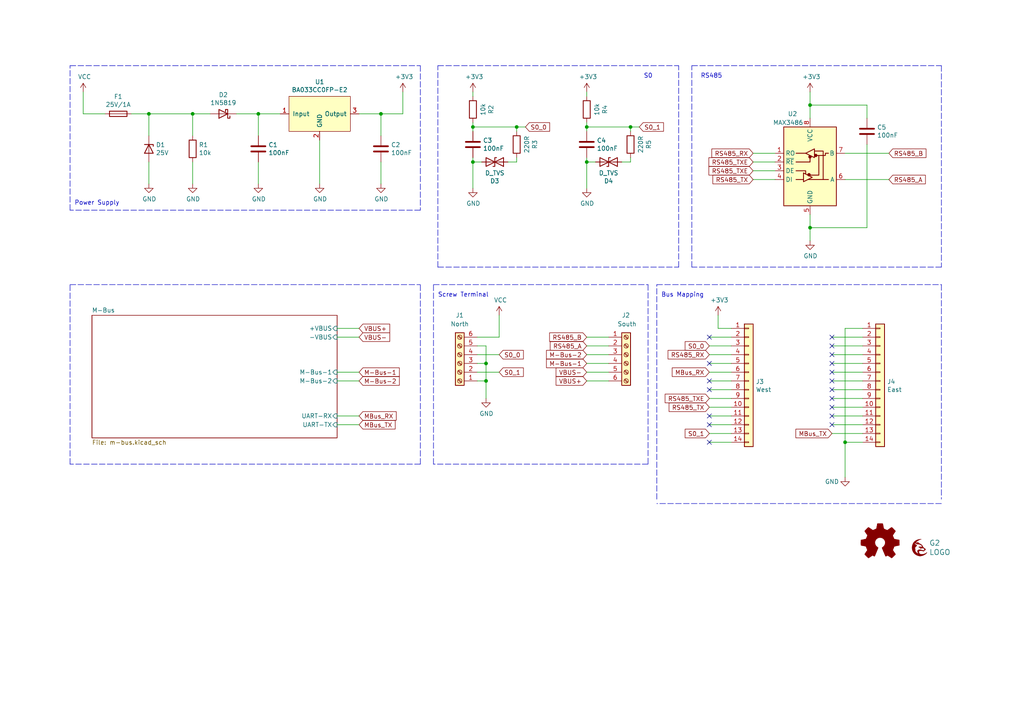
<source format=kicad_sch>
(kicad_sch (version 20211123) (generator eeschema)
  (paper "A4")
  (title_block (title "M-Bus Metering Module") (date "2023-06-27") (rev "1.0") (company "GrayC GmbH") (comment 1 "Fabian Schlegel") (comment 2 "5-24V Power Supply") (comment 3 "1x RS485, 2x S0, 1x M-Bus") (comment 4 "Electric Metering Module with RS485, S0, M-Bus"))
  (lib_symbols
    (symbol "BA033CC0FP-E2:BA033CC0FP-E2" (pin_names (offset 1.016))
      (property "Reference" "U" (at 0 8.89 0))
      (property "Value" "BA033CC0FP-E2" (at 0 6.35 0))
      (symbol "BA033CC0FP-E2_0_1"
        (rectangle (start -8.89 -5.08) (end 8.89 5.08) (fill (type background)))
      )
      (symbol "BA033CC0FP-E2_1_1"
        (pin power_in line (at -11.43 0 0) (length 2.54) (name "Input") (number "1"))
        (pin power_in line (at 0 -7.62 90) (length 2.54) (name "GND") (number "2"))
        (pin power_out line (at 11.43 0 180) (length 2.54) (name "Output") (number "3"))
      )
    )
    (symbol "Connector:Screw_Terminal_01x06" (pin_names (offset 1.016) hide)
      (property "Reference" "J" (at 0 7.62 0))
      (property "Value" "Screw_Terminal_01x06" (at 0 -10.16 0))
      (symbol "Screw_Terminal_01x06_1_1"
        (rectangle (start -1.27 6.35) (end 1.27 -8.89) (stroke (width 0.254)) (fill (type background)))
        (circle (center 0 -7.62) (radius 0.635) (stroke (width 0.1524)))
        (circle (center 0 -5.08) (radius 0.635) (stroke (width 0.1524)))
        (circle (center 0 -2.54) (radius 0.635) (stroke (width 0.1524)))
        (polyline (pts (xy -0.5334 -7.2898) (xy 0.3302 -8.128)) (stroke (width 0.1524)))
        (polyline (pts (xy -0.5334 -4.7498) (xy 0.3302 -5.588)) (stroke (width 0.1524)))
        (polyline (pts (xy -0.5334 -2.2098) (xy 0.3302 -3.048)) (stroke (width 0.1524)))
        (polyline (pts (xy -0.5334 0.3302) (xy 0.3302 -0.508)) (stroke (width 0.1524)))
        (polyline (pts (xy -0.5334 2.8702) (xy 0.3302 2.032)) (stroke (width 0.1524)))
        (polyline (pts (xy -0.5334 5.4102) (xy 0.3302 4.572)) (stroke (width 0.1524)))
        (polyline (pts (xy -0.3556 -7.112) (xy 0.508 -7.9502)) (stroke (width 0.1524)))
        (polyline (pts (xy -0.3556 -4.572) (xy 0.508 -5.4102)) (stroke (width 0.1524)))
        (polyline (pts (xy -0.3556 -2.032) (xy 0.508 -2.8702)) (stroke (width 0.1524)))
        (polyline (pts (xy -0.3556 0.508) (xy 0.508 -0.3302)) (stroke (width 0.1524)))
        (polyline (pts (xy -0.3556 3.048) (xy 0.508 2.2098)) (stroke (width 0.1524)))
        (polyline (pts (xy -0.3556 5.588) (xy 0.508 4.7498)) (stroke (width 0.1524)))
        (circle (center 0 0) (radius 0.635) (stroke (width 0.1524)))
        (circle (center 0 2.54) (radius 0.635) (stroke (width 0.1524)))
        (circle (center 0 5.08) (radius 0.635) (stroke (width 0.1524)))
        (pin passive line (at -5.08 5.08 0) (length 3.81) (name "Pin_1") (number "1"))
        (pin passive line (at -5.08 2.54 0) (length 3.81) (name "Pin_2") (number "2"))
        (pin passive line (at -5.08 0 0) (length 3.81) (name "Pin_3") (number "3"))
        (pin passive line (at -5.08 -2.54 0) (length 3.81) (name "Pin_4") (number "4"))
        (pin passive line (at -5.08 -5.08 0) (length 3.81) (name "Pin_5") (number "5"))
        (pin passive line (at -5.08 -7.62 0) (length 3.81) (name "Pin_6") (number "6"))
      )
    )
    (symbol "Connector_Generic:Conn_01x14" (pin_names (offset 1.016) hide)
      (property "Reference" "J" (at 0 17.78 0))
      (property "Value" "Conn_01x14" (at 0 -20.32 0))
      (symbol "Conn_01x14_1_1"
        (rectangle (start -1.27 -17.653) (end 0 -17.907) (stroke (width 0.1524)))
        (rectangle (start -1.27 -15.113) (end 0 -15.367) (stroke (width 0.1524)))
        (rectangle (start -1.27 -12.573) (end 0 -12.827) (stroke (width 0.1524)))
        (rectangle (start -1.27 -10.033) (end 0 -10.287) (stroke (width 0.1524)))
        (rectangle (start -1.27 -7.493) (end 0 -7.747) (stroke (width 0.1524)))
        (rectangle (start -1.27 -4.953) (end 0 -5.207) (stroke (width 0.1524)))
        (rectangle (start -1.27 -2.413) (end 0 -2.667) (stroke (width 0.1524)))
        (rectangle (start -1.27 0.127) (end 0 -0.127) (stroke (width 0.1524)))
        (rectangle (start -1.27 2.667) (end 0 2.413) (stroke (width 0.1524)))
        (rectangle (start -1.27 5.207) (end 0 4.953) (stroke (width 0.1524)))
        (rectangle (start -1.27 7.747) (end 0 7.493) (stroke (width 0.1524)))
        (rectangle (start -1.27 10.287) (end 0 10.033) (stroke (width 0.1524)))
        (rectangle (start -1.27 12.827) (end 0 12.573) (stroke (width 0.1524)))
        (rectangle (start -1.27 15.367) (end 0 15.113) (stroke (width 0.1524)))
        (rectangle (start -1.27 16.51) (end 1.27 -19.05) (stroke (width 0.254)) (fill (type background)))
        (pin passive line (at -5.08 15.24 0) (length 3.81) (name "Pin_1") (number "1"))
        (pin passive line (at -5.08 -7.62 0) (length 3.81) (name "Pin_10") (number "10"))
        (pin passive line (at -5.08 -10.16 0) (length 3.81) (name "Pin_11") (number "11"))
        (pin passive line (at -5.08 -12.7 0) (length 3.81) (name "Pin_12") (number "12"))
        (pin passive line (at -5.08 -15.24 0) (length 3.81) (name "Pin_13") (number "13"))
        (pin passive line (at -5.08 -17.78 0) (length 3.81) (name "Pin_14") (number "14"))
        (pin passive line (at -5.08 12.7 0) (length 3.81) (name "Pin_2") (number "2"))
        (pin passive line (at -5.08 10.16 0) (length 3.81) (name "Pin_3") (number "3"))
        (pin passive line (at -5.08 7.62 0) (length 3.81) (name "Pin_4") (number "4"))
        (pin passive line (at -5.08 5.08 0) (length 3.81) (name "Pin_5") (number "5"))
        (pin passive line (at -5.08 2.54 0) (length 3.81) (name "Pin_6") (number "6"))
        (pin passive line (at -5.08 0 0) (length 3.81) (name "Pin_7") (number "7"))
        (pin passive line (at -5.08 -2.54 0) (length 3.81) (name "Pin_8") (number "8"))
        (pin passive line (at -5.08 -5.08 0) (length 3.81) (name "Pin_9") (number "9"))
      )
    )
    (symbol "Device:C" (pin_numbers hide) (pin_names (offset 0.254))
      (property "Reference" "C" (at 0.635 2.54 0))
      (property "Value" "C" (at 0.635 -2.54 0))
      (symbol "C_0_1"
        (polyline (pts (xy -2.032 -0.762) (xy 2.032 -0.762)) (stroke (width 0.508)))
        (polyline (pts (xy -2.032 0.762) (xy 2.032 0.762)) (stroke (width 0.508)))
      )
      (symbol "C_1_1"
        (pin passive line (at 0 3.81 270) (length 2.794) (name "~") (number "1"))
        (pin passive line (at 0 -3.81 90) (length 2.794) (name "~") (number "2"))
      )
    )
    (symbol "Device:D_TVS" (pin_numbers hide) (pin_names (offset 1.016) hide)
      (property "Reference" "D" (at 0 2.54 0))
      (property "Value" "D_TVS" (at 0 -2.54 0))
      (symbol "D_TVS_0_1"
        (polyline (pts (xy 1.27 0) (xy -1.27 0)))
        (polyline (pts (xy 0.508 1.27) (xy 0 1.27) (xy 0 -1.27) (xy -0.508 -1.27)) (stroke (width 0.254)))
        (polyline (pts (xy -2.54 1.27) (xy -2.54 -1.27) (xy 2.54 1.27) (xy 2.54 -1.27) (xy -2.54 1.27)) (stroke (width 0.254)))
      )
      (symbol "D_TVS_1_1"
        (pin passive line (at -3.81 0 0) (length 2.54) (name "A1") (number "1"))
        (pin passive line (at 3.81 0 180) (length 2.54) (name "A2") (number "2"))
      )
    )
    (symbol "Device:D_Zener" (pin_numbers hide) (pin_names (offset 1.016) hide)
      (property "Reference" "D" (at 0 2.54 0))
      (property "Value" "D_Zener" (at 0 -2.54 0))
      (symbol "D_Zener_0_1"
        (polyline (pts (xy 1.27 0) (xy -1.27 0)))
        (polyline (pts (xy -1.27 -1.27) (xy -1.27 1.27) (xy -0.762 1.27)) (stroke (width 0.254)))
        (polyline (pts (xy 1.27 -1.27) (xy 1.27 1.27) (xy -1.27 0) (xy 1.27 -1.27)) (stroke (width 0.254)))
      )
      (symbol "D_Zener_1_1"
        (pin passive line (at -3.81 0 0) (length 2.54) (name "K") (number "1"))
        (pin passive line (at 3.81 0 180) (length 2.54) (name "A") (number "2"))
      )
    )
    (symbol "Device:Fuse" (pin_numbers hide) (pin_names (offset 0))
      (property "Reference" "F" (at 2.032 0 90))
      (property "Value" "Fuse" (at -1.905 0 90))
      (symbol "Fuse_0_1"
        (rectangle (start -0.762 -2.54) (end 0.762 2.54) (stroke (width 0.254)))
        (polyline (pts (xy 0 2.54) (xy 0 -2.54)))
      )
      (symbol "Fuse_1_1"
        (pin passive line (at 0 3.81 270) (length 1.27) (name "~") (number "1"))
        (pin passive line (at 0 -3.81 90) (length 1.27) (name "~") (number "2"))
      )
    )
    (symbol "Device:R" (pin_numbers hide) (pin_names (offset 0))
      (property "Reference" "R" (at 2.032 0 90))
      (property "Value" "R" (at 0 0 90))
      (symbol "R_0_1"
        (rectangle (start -1.016 -2.54) (end 1.016 2.54) (stroke (width 0.254)))
      )
      (symbol "R_1_1"
        (pin passive line (at 0 3.81 270) (length 1.27) (name "~") (number "1"))
        (pin passive line (at 0 -3.81 90) (length 1.27) (name "~") (number "2"))
      )
    )
    (symbol "Diode:1N5819" (pin_numbers hide) (pin_names (offset 1.016) hide)
      (property "Reference" "D" (at 0 2.54 0))
      (property "Value" "1N5819" (at 0 -2.54 0))
      (symbol "1N5819_0_1"
        (polyline (pts (xy 1.27 0) (xy -1.27 0)))
        (polyline (pts (xy 1.27 1.27) (xy 1.27 -1.27) (xy -1.27 0) (xy 1.27 1.27)) (stroke (width 0.254)))
        (polyline (pts (xy -1.905 0.635) (xy -1.905 1.27) (xy -1.27 1.27) (xy -1.27 -1.27) (xy -0.635 -1.27) (xy -0.635 -0.635)) (stroke (width 0.254)))
      )
      (symbol "1N5819_1_1"
        (pin passive line (at -3.81 0 0) (length 2.54) (name "K") (number "1"))
        (pin passive line (at 3.81 0 180) (length 2.54) (name "A") (number "2"))
      )
    )
    (symbol "Graphic:Logo_Open_Hardware_Small" (pin_names (offset 1.016))
      (symbol "Logo_Open_Hardware_Small_0_1"
        (polyline (pts (xy 3.3528 -4.3434) (xy 3.302 -4.318) (xy 3.175 -4.2418) (xy 2.9972 -4.1148) (xy 2.7686 -3.9624) (xy 2.54 -3.81) (xy 2.3622 -3.7084) (xy 2.2352 -3.6068) (xy 2.1844 -3.5814) (xy 2.159 -3.6068) (xy 2.0574 -3.6576) (xy 1.905 -3.7338) (xy 1.8034 -3.7846) (xy 1.6764 -3.8354) (xy 1.6002 -3.8354) (xy 1.6002 -3.8354) (xy 1.5494 -3.7338) (xy 1.4732 -3.5306) (xy 1.3462 -3.302) (xy 1.2446 -3.0226) (xy 1.1176 -2.7178) (xy 0.9652 -2.413) (xy 0.8636 -2.1082) (xy 0.7366 -1.8288) (xy 0.6604 -1.6256) (xy 0.6096 -1.4732) (xy 0.5842 -1.397) (xy 0.5842 -1.397) (xy 0.6604 -1.3208) (xy 0.7874 -1.2446) (xy 1.0414 -1.016) (xy 1.2954 -0.6858) (xy 1.4478 -0.3302) (xy 1.524 0.0762) (xy 1.4732 0.4572) (xy 1.3208 0.8128) (xy 1.0668 1.143) (xy 0.762 1.3716) (xy 0.4064 1.524) (xy 0 1.5748) (xy -0.381 1.5494) (xy -0.7366 1.397) (xy -1.0668 1.143) (xy -1.2192 0.9906) (xy -1.397 0.6604) (xy -1.524 0.3048) (xy -1.524 0.2286) (xy -1.4986 -0.1778) (xy -1.397 -0.5334) (xy -1.1938 -0.8636) (xy -0.9144 -1.143) (xy -0.8636 -1.1684) (xy -0.7366 -1.27) (xy -0.635 -1.3462) (xy -0.5842 -1.397) (xy -1.0668 -2.5908) (xy -1.143 -2.794) (xy -1.2954 -3.1242) (xy -1.397 -3.4036) (xy -1.4986 -3.6322) (xy -1.5748 -3.7846) (xy -1.6002 -3.8354) (xy -1.6002 -3.8354) (xy -1.651 -3.8354) (xy -1.7272 -3.81) (xy -1.905 -3.7338) (xy -2.0066 -3.683) (xy -2.1336 -3.6068) (xy -2.2098 -3.5814) (xy -2.2606 -3.6068) (xy -2.3622 -3.683) (xy -2.54 -3.81) (xy -2.7686 -3.9624) (xy -2.9718 -4.0894) (xy -3.1496 -4.2164) (xy -3.302 -4.318) (xy -3.3528 -4.3434) (xy -3.3782 -4.3434) (xy -3.429 -4.318) (xy -3.5306 -4.2164) (xy -3.7084 -4.064) (xy -3.937 -3.8354) (xy -3.9624 -3.81) (xy -4.1656 -3.6068) (xy -4.318 -3.4544) (xy -4.4196 -3.3274) (xy -4.445 -3.2766) (xy -4.445 -3.2766) (xy -4.4196 -3.2258) (xy -4.318 -3.0734) (xy -4.2164 -2.8956) (xy -4.064 -2.667) (xy -3.6576 -2.0828) (xy -3.8862 -1.5494) (xy -3.937 -1.3716) (xy -4.0386 -1.1684) (xy -4.0894 -1.0414) (xy -4.1148 -0.9652) (xy -4.191 -0.9398) (xy -4.318 -0.9144) (xy -4.5466 -0.8636) (xy -4.8006 -0.8128) (xy -5.0546 -0.7874) (xy -5.2578 -0.7366) (xy -5.4356 -0.7112) (xy -5.5118 -0.6858) (xy -5.5118 -0.6858) (xy -5.5372 -0.635) (xy -5.5372 -0.5588) (xy -5.5372 -0.4318) (xy -5.5626 -0.2286) (xy -5.5626 0.0762) (xy -5.5626 0.127) (xy -5.5372 0.4064) (xy -5.5372 0.635) (xy -5.5372 0.762) (xy -5.5372 0.8382) (xy -5.5372 0.8382) (xy -5.461 0.8382) (xy -5.3086 0.889) (xy -5.08 0.9144) (xy -4.826 0.9652) (xy -4.8006 0.9906) (xy -4.5466 1.0414) (xy -4.318 1.0668) (xy -4.1656 1.1176) (xy -4.0894 1.143) (xy -4.0894 1.143) (xy -4.0386 1.2446) (xy -3.9624 1.4224) (xy -3.8608 1.6256) (xy -3.7846 1.8288) (xy -3.7084 2.0066) (xy -3.6576 2.159) (xy -3.6322 2.2098) (xy -3.6322 2.2098) (xy -3.683 2.286) (xy -3.7592 2.413) (xy -3.8862 2.5908) (xy -4.064 2.8194) (xy -4.064 2.8448) (xy -4.2164 3.0734) (xy -4.3434 3.2512) (xy -4.4196 3.3782) (xy -4.445 3.4544) (xy -4.445 3.4544) (xy -4.3942 3.5052) (xy -4.2926 3.6322) (xy -4.1148 3.81) (xy -3.937 4.0132) (xy -3.8608 4.064) (xy -3.6576 4.2926) (xy -3.5052 4.4196) (xy -3.4036 4.4958) (xy -3.3528 4.5212) (xy -3.3528 4.5212) (xy -3.302 4.4704) (xy -3.1496 4.3688) (xy -2.9718 4.2418) (xy -2.7432 4.0894) (xy -2.7178 4.0894) (xy -2.4892 3.937) (xy -2.3114 3.81) (xy -2.1844 3.7084) (xy -2.1336 3.683) (xy -2.1082 3.683) (xy -2.032 3.7084) (xy -1.8542 3.7592) (xy -1.6764 3.8354) (xy -1.4732 3.937) (xy -1.27 4.0132) (xy -1.143 4.064) (xy -1.0668 4.1148) (xy -1.0668 4.1148) (xy -1.0414 4.191) (xy -1.016 4.3434) (xy -0.9652 4.572) (xy -0.9144 4.8514) (xy -0.889 4.9022) (xy -0.8382 5.1562) (xy -0.8128 5.3848) (xy -0.7874 5.5372) (xy -0.762 5.588) (xy -0.7112 5.6134) (xy -0.5842 5.6134) (xy -0.4064 5.6134) (xy -0.1524 5.6134) (xy 0.0762 5.6134) (xy 0.3302 5.6134) (xy 0.5334 5.6134) (xy 0.6858 5.588) (xy 0.7366 5.588) (xy 0.7366 5.588) (xy 0.762 5.5118) (xy 0.8128 5.334) (xy 0.8382 5.1054) (xy 0.9144 4.826) (xy 0.9144 4.7752) (xy 0.9652 4.5212) (xy 1.016 4.2926) (xy 1.0414 4.1402) (xy 1.0668 4.0894) (xy 1.0668 4.0894) (xy 1.1938 4.0386) (xy 1.3716 3.9624) (xy 1.5748 3.8608) (xy 2.0828 3.6576) (xy 2.7178 4.0894) (xy 2.7686 4.1402) (xy 2.9972 4.2926) (xy 3.175 4.4196) (xy 3.302 4.4958) (xy 3.3782 4.5212) (xy 3.3782 4.5212) (xy 3.429 4.4704) (xy 3.556 4.3434) (xy 3.7338 4.191) (xy 3.9116 3.9878) (xy 4.064 3.8354) (xy 4.2418 3.6576) (xy 4.3434 3.556) (xy 4.4196 3.4798) (xy 4.4196 3.429) (xy 4.4196 3.4036) (xy 4.3942 3.3274) (xy 4.2926 3.2004) (xy 4.1656 2.9972) (xy 4.0132 2.794) (xy 3.8862 2.5908) (xy 3.7592 2.3876) (xy 3.6576 2.2352) (xy 3.6322 2.159) (xy 3.6322 2.1336) (xy 3.683 2.0066) (xy 3.7592 1.8288) (xy 3.8608 1.6002) (xy 4.064 1.1176) (xy 4.3942 1.0414) (xy 4.5974 1.016) (xy 4.8768 0.9652) (xy 5.1308 0.9144) (xy 5.5372 0.8382) (xy 5.5626 -0.6604) (xy 5.4864 -0.6858) (xy 5.4356 -0.6858) (xy 5.2832 -0.7366) (xy 5.0546 -0.762) (xy 4.8006 -0.8128) (xy 4.5974 -0.8636) (xy 4.3688 -0.9144) (xy 4.2164 -0.9398) (xy 4.1402 -0.9398) (xy 4.1148 -0.9652) (xy 4.064 -1.0668) (xy 3.9878 -1.2446) (xy 3.9116 -1.4478) (xy 3.81 -1.651) (xy 3.7338 -1.8542) (xy 3.683 -2.0066) (xy 3.6576 -2.0828) (xy 3.683 -2.1336) (xy 3.7846 -2.2606) (xy 3.8862 -2.4638) (xy 4.0386 -2.667) (xy 4.191 -2.8956) (xy 4.318 -3.0734) (xy 4.3942 -3.2004) (xy 4.445 -3.2766) (xy 4.4196 -3.3274) (xy 4.3434 -3.429) (xy 4.1656 -3.5814) (xy 3.937 -3.8354) (xy 3.8862 -3.8608) (xy 3.683 -4.064) (xy 3.5306 -4.2164) (xy 3.4036 -4.318) (xy 3.3528 -4.3434)) (fill (type outline)))
      )
    )
    (symbol "Interface_UART:MAX3486"
      (property "Reference" "U" (at -6.096 11.43 0))
      (property "Value" "MAX3486" (at 0.762 11.43 0))
      (symbol "MAX3486_0_1"
        (rectangle (start -7.62 10.16) (end 7.62 -12.7) (stroke (width 0.254)) (fill (type background)))
        (circle (center -0.3048 -3.683) (radius 0.3556) (stroke (width 0.254)) (fill (type outline)))
        (circle (center -0.0254 1.4986) (radius 0.3556) (stroke (width 0.254)) (fill (type outline)))
        (polyline (pts (xy -4.064 -5.08) (xy -1.905 -5.08)) (stroke (width 0.254)))
        (polyline (pts (xy -4.064 2.54) (xy -1.27 2.54)) (stroke (width 0.254)))
        (polyline (pts (xy -1.27 -3.2004) (xy -1.27 -3.4544)) (stroke (width 0.254)))
        (polyline (pts (xy -0.635 -5.08) (xy 5.334 -5.08)) (stroke (width 0.254)))
        (polyline (pts (xy -4.064 -2.54) (xy -1.27 -2.54) (xy -1.27 -3.175)) (stroke (width 0.254)))
        (polyline (pts (xy 0 1.27) (xy 0 0) (xy -4.064 0)) (stroke (width 0.254)))
        (polyline (pts (xy 1.27 3.175) (xy 3.81 3.175) (xy 3.81 -5.08)) (stroke (width 0.254)))
        (polyline (pts (xy 2.54 1.905) (xy 2.54 -3.81) (xy 0 -3.81)) (stroke (width 0.254)))
        (polyline (pts (xy -1.905 -3.175) (xy -1.905 -5.715) (xy 0.635 -4.445) (xy -1.905 -3.175)) (stroke (width 0.254)))
        (polyline (pts (xy -1.27 2.54) (xy 1.27 3.81) (xy 1.27 1.27) (xy -1.27 2.54)) (stroke (width 0.254)))
        (polyline (pts (xy 1.905 1.905) (xy 4.445 1.905) (xy 4.445 2.54) (xy 5.334 2.54)) (stroke (width 0.254)))
        (rectangle (start 1.27 3.175) (end 1.27 3.175))
        (circle (center 1.651 1.905) (radius 0.3556) (stroke (width 0.254)) (fill (type outline)))
      )
      (symbol "MAX3486_1_1"
        (pin output line (at -10.16 2.54 0) (length 2.54) (name "RO") (number "1"))
        (pin input line (at -10.16 0 0) (length 2.54) (name "~{RE}") (number "2"))
        (pin input line (at -10.16 -2.54 0) (length 2.54) (name "DE") (number "3"))
        (pin input line (at -10.16 -5.08 0) (length 2.54) (name "DI") (number "4"))
        (pin power_in line (at 0 -15.24 90) (length 2.54) (name "GND") (number "5"))
        (pin bidirectional line (at 10.16 -5.08 180) (length 2.54) (name "A") (number "6"))
        (pin bidirectional line (at 10.16 2.54 180) (length 2.54) (name "B") (number "7"))
        (pin power_in line (at 0 12.7 270) (length 2.54) (name "VCC") (number "8"))
      )
    )
    (symbol "grayc-logo-negative:LOGO" (pin_names (offset 1.016))
      (symbol "LOGO_0_0"
        (polyline (pts (xy 0.4572 -2.5146) (xy 0.9398 -2.3876) (xy 1.397 -2.1844) (xy 1.8034 -1.9304) (xy 2.0828 -1.6256) (xy 2.159 -1.4732) (xy 2.159 -1.4478) (xy 2.0574 -1.5494) (xy 1.7526 -1.7526) (xy 1.2446 -1.9558) (xy 0.7112 -2.032) (xy 0.4826 -2.032) (xy 0.1524 -1.9304) (xy -0.0508 -1.7526) (xy -0.1524 -1.4478) (xy -0.1778 -1.2192) (xy -0.1016 -1.1176) (xy 0.0508 -1.016) (xy 0.1524 -0.9906) (xy 0.4064 -0.9652) (xy 0.7112 -1.016) (xy 0.8128 -1.0414) (xy 1.0414 -1.0922) (xy 1.2192 -1.1176) (xy 1.2446 -1.0922) (xy 1.3716 -1.016) (xy 1.5494 -0.8636) (xy 1.7018 -0.7112) (xy 1.778 -0.5842) (xy 1.6002 -0.4064) (xy 1.397 -0.254) (xy 1.0922 0) (xy 0.9652 0.2286) (xy 0.9144 0.3556) (xy 0.762 0.5842) (xy 0.508 0.8128) (xy 0.1016 1.0414) (xy -0.3048 1.2954) (xy -0.4064 1.397) (xy -0.4572 1.4986) (xy -0.5588 1.4986) (xy -0.6096 1.3716) (xy -0.635 1.2954) (xy -0.7366 1.2954) (xy -0.8128 1.3208) (xy -1.016 1.3462) (xy -1.0668 1.397) (xy -0.9906 1.4986) (xy -0.8382 1.651) (xy -0.635 1.8288) (xy -0.127 2.1336) (xy 0.0762 2.2352) (xy 0.5334 2.3622) (xy 0.0508 2.3368) (xy -0.4064 2.2606) (xy -0.9906 2.032) (xy -1.4986 1.651) (xy -1.7272 1.3716) (xy -1.8542 1.1176) (xy -1.4478 1.1176) (xy -1.4478 1.143) (xy -1.3208 1.1684) (xy -1.0922 1.1176) (xy -0.7874 1.016) (xy -0.635 0.9398) (xy -0.4572 0.889) (xy -0.381 0.9144) (xy -0.3556 0.9398) (xy -0.254 0.9398) (xy -0.0508 0.8636) (xy 0.2032 0.762) (xy 0.4318 0.635) (xy 0.6096 0.5334) (xy 0.6858 0.4064) (xy 0.762 0.254) (xy 0.7366 0.2032) (xy 0.6858 0.1524) (xy 0.5334 0.127) (xy 0.2286 0.1524) (xy 0.0254 0.1524) (xy -0.1778 0.127) (xy -0.2286 0.0762) (xy -0.2032 0.0508) (xy -0.0762 0) (xy -0.0508 0) (xy 0.0762 -0.0762) (xy 0.2794 -0.0762) (xy 0.2794 -0.0254) (xy 0.381 -0.0254) (xy 0.4064 -0.0508) (xy 0.3302 -0.1016) (xy 0.2794 -0.0762) (xy 0.0762 -0.0762) (xy 0.1778 -0.2032) (xy 0.1778 -0.3048) (xy 0.2286 -0.3302) (xy 0.4064 -0.3302) (xy 0.6604 -0.254) (xy 0.6858 -0.254) (xy 0.9906 -0.2032) (xy 1.2192 -0.3048) (xy 1.3716 -0.508) (xy 1.4224 -0.635) (xy 1.4478 -0.762) (xy 1.3716 -0.8636) (xy 1.3208 -0.889) (xy 1.1938 -0.9144) (xy 0.9652 -0.8636) (xy 0.635 -0.7874) (xy 0.2794 -0.6858) (xy -0.0254 -0.6604) (xy -0.254 -0.6858) (xy -0.4318 -0.8636) (xy -0.5334 -0.889) (xy -0.5842 -0.9144) (xy -0.6096 -1.0414) (xy -0.5842 -1.2446) (xy -0.5334 -1.4478) (xy -0.4572 -1.6002) (xy -0.4064 -1.6764) (xy -0.381 -1.8034) (xy -0.4572 -1.8034) (xy -0.6604 -1.7018) (xy -0.8128 -1.6002) (xy -1.0922 -1.3208) (xy -1.2446 -1.0414) (xy -1.27 -0.6604) (xy -1.2446 -0.5334) (xy -1.27 -0.3556) (xy -1.2954 -0.3048) (xy -1.3208 -0.3302) (xy -1.3716 -0.3048) (xy -1.3462 -0.1778) (xy -1.2446 -0.0254) (xy -1.1176 0.1524) (xy -0.9144 0.3556) (xy -0.8128 0.5334) (xy -0.889 0.7112) (xy -1.143 0.8382) (xy -1.3716 0.9398) (xy -1.4478 1.1176) (xy -1.8542 1.1176) (xy -2.0066 0.8636) (xy -2.032 0.7112) (xy -1.27 0.7112) (xy -1.2446 0.762) (xy -1.1938 0.7112) (xy -1.2446 0.6604) (xy -1.27 0.7112) (xy -2.032 0.7112) (xy -2.159 0.3048) (xy -2.1844 -0.254) (xy -2.0828 -0.8128) (xy -1.8542 -1.3462) (xy -1.524 -1.8034) (xy -1.0668 -2.159) (xy -0.508 -2.413) (xy -0.4318 -2.4384) (xy -0.127 -2.5146) (xy 0.1524 -2.54) (xy 0.4572 -2.5146)) (stroke (width 0.0254)) (fill (type outline)))
      )
    )
    (symbol "power:+3V3" (power) (pin_names (offset 0))
      (property "Value" "+3V3" (at 0 3.556 0))
      (symbol "+3V3_0_1"
        (polyline (pts (xy -0.762 1.27) (xy 0 2.54)))
        (polyline (pts (xy 0 0) (xy 0 2.54)))
        (polyline (pts (xy 0 2.54) (xy 0.762 1.27)))
      )
      (symbol "+3V3_1_1"
        (pin power_in line (at 0 0 90) (length 0) hide (name "+3V3") (number "1"))
      )
    )
    (symbol "power:GND" (power) (pin_names (offset 0))
      (property "Value" "GND" (at 0 -3.81 0))
      (symbol "GND_0_1"
        (polyline (pts (xy 0 0) (xy 0 -1.27) (xy 1.27 -1.27) (xy 0 -2.54) (xy -1.27 -1.27) (xy 0 -1.27)))
      )
      (symbol "GND_1_1"
        (pin power_in line (at 0 0 270) (length 0) hide (name "GND") (number "1"))
      )
    )
    (symbol "power:VCC" (power) (pin_names (offset 0))
      (property "Value" "VCC" (at 0 3.81 0))
      (symbol "VCC_0_1"
        (polyline (pts (xy -0.762 1.27) (xy 0 2.54)))
        (polyline (pts (xy 0 0) (xy 0 2.54)))
        (polyline (pts (xy 0 2.54) (xy 0.762 1.27)))
      )
      (symbol "VCC_1_1"
        (pin power_in line (at 0 0 90) (length 0) hide (name "VCC") (number "1"))
      )
    )
  )
  (junction (at 245.11 128.27))
  (junction (at 137.16 36.83))
  (junction (at 110.49 33.02))
  (junction (at 55.88 33.02))
  (junction (at 149.86 36.83))
  (junction (at 234.95 66.04))
  (junction (at 170.18 46.99))
  (junction (at 170.18 36.83))
  (junction (at 140.97 105.41))
  (junction (at 140.97 110.49))
  (junction (at 182.88 36.83))
  (junction (at 43.18 33.02))
  (junction (at 74.93 33.02))
  (junction (at 137.16 46.99))
  (junction (at 234.95 30.48))
  (no_connect (at 205.74 110.49))
  (no_connect (at 241.3 110.49))
  (no_connect (at 205.74 113.03))
  (no_connect (at 241.3 100.33))
  (no_connect (at 241.3 107.95))
  (no_connect (at 205.74 105.41))
  (no_connect (at 241.3 102.87))
  (no_connect (at 241.3 105.41))
  (no_connect (at 241.3 118.11))
  (no_connect (at 241.3 123.19))
  (no_connect (at 205.74 120.65))
  (no_connect (at 205.74 128.27))
  (no_connect (at 205.74 123.19))
  (no_connect (at 241.3 120.65))
  (no_connect (at 241.3 115.57))
  (no_connect (at 205.74 97.79))
  (no_connect (at 241.3 97.79))
  (no_connect (at 241.3 113.03))
  (wire (pts (xy 241.3 123.19) (xy 250.19 123.19)))
  (polyline (pts (xy 190.5 144.78) (xy 190.5 82.55)))
  (wire (pts (xy 137.16 35.56) (xy 137.16 36.83)))
  (polyline (pts (xy 273.05 146.05) (xy 190.5 146.05)))
  (wire (pts (xy 138.43 100.33) (xy 140.97 100.33)))
  (wire (pts (xy 241.3 125.73) (xy 250.19 125.73)))
  (wire (pts (xy 218.44 49.53) (xy 224.79 49.53)))
  (wire (pts (xy 245.11 95.25) (xy 245.11 128.27)))
  (wire (pts (xy 24.13 33.02) (xy 30.48 33.02)))
  (wire (pts (xy 241.3 118.11) (xy 250.19 118.11)))
  (wire (pts (xy 97.79 120.65) (xy 104.14 120.65)))
  (wire (pts (xy 170.18 26.67) (xy 170.18 27.94)))
  (wire (pts (xy 138.43 107.95) (xy 144.78 107.95)))
  (wire (pts (xy 170.18 102.87) (xy 176.53 102.87)))
  (polyline (pts (xy 127 19.05) (xy 196.85 19.05)))
  (wire (pts (xy 137.16 36.83) (xy 149.86 36.83)))
  (wire (pts (xy 251.46 66.04) (xy 251.46 41.91)))
  (wire (pts (xy 241.3 100.33) (xy 250.19 100.33)))
  (wire (pts (xy 176.53 100.33) (xy 170.18 100.33)))
  (polyline (pts (xy 121.92 134.62) (xy 20.32 134.62)))
  (wire (pts (xy 97.79 97.79) (xy 104.14 97.79)))
  (wire (pts (xy 241.3 102.87) (xy 250.19 102.87)))
  (wire (pts (xy 110.49 46.99) (xy 110.49 53.34)))
  (wire (pts (xy 205.74 125.73) (xy 212.09 125.73)))
  (polyline (pts (xy 20.32 134.62) (xy 20.32 82.55)))
  (wire (pts (xy 138.43 105.41) (xy 140.97 105.41)))
  (polyline (pts (xy 200.66 19.05) (xy 273.05 19.05)))
  (wire (pts (xy 251.46 34.29) (xy 251.46 30.48)))
  (wire (pts (xy 74.93 33.02) (xy 81.28 33.02)))
  (wire (pts (xy 245.11 44.45) (xy 257.81 44.45)))
  (wire (pts (xy 182.88 38.1) (xy 182.88 36.83)))
  (wire (pts (xy 137.16 46.99) (xy 139.7 46.99)))
  (polyline (pts (xy 187.96 82.55) (xy 187.96 134.62)))
  (wire (pts (xy 176.53 105.41) (xy 170.18 105.41)))
  (polyline (pts (xy 121.92 134.62) (xy 121.92 82.55)))
  (polyline (pts (xy 127 77.47) (xy 196.85 77.47)))
  (wire (pts (xy 218.44 52.07) (xy 224.79 52.07)))
  (wire (pts (xy 55.88 33.02) (xy 60.96 33.02)))
  (wire (pts (xy 55.88 39.37) (xy 55.88 33.02)))
  (wire (pts (xy 241.3 113.03) (xy 250.19 113.03)))
  (wire (pts (xy 43.18 33.02) (xy 55.88 33.02)))
  (wire (pts (xy 251.46 30.48) (xy 234.95 30.48)))
  (wire (pts (xy 170.18 45.72) (xy 170.18 46.99)))
  (wire (pts (xy 224.79 46.99) (xy 218.44 46.99)))
  (polyline (pts (xy 187.96 134.62) (xy 125.73 134.62)))
  (polyline (pts (xy 190.5 82.55) (xy 273.05 82.55)))
  (wire (pts (xy 74.93 46.99) (xy 74.93 53.34)))
  (wire (pts (xy 43.18 46.99) (xy 43.18 53.34)))
  (wire (pts (xy 137.16 45.72) (xy 137.16 46.99)))
  (polyline (pts (xy 125.73 82.55) (xy 187.96 82.55)))
  (polyline (pts (xy 20.32 19.05) (xy 121.92 19.05)))
  (wire (pts (xy 97.79 123.19) (xy 104.14 123.19)))
  (wire (pts (xy 241.3 107.95) (xy 250.19 107.95)))
  (wire (pts (xy 140.97 110.49) (xy 140.97 115.57)))
  (wire (pts (xy 38.1 33.02) (xy 43.18 33.02)))
  (wire (pts (xy 234.95 66.04) (xy 251.46 66.04)))
  (wire (pts (xy 205.74 97.79) (xy 212.09 97.79)))
  (wire (pts (xy 92.71 53.34) (xy 92.71 40.64)))
  (wire (pts (xy 205.74 102.87) (xy 212.09 102.87)))
  (wire (pts (xy 245.11 128.27) (xy 250.19 128.27)))
  (wire (pts (xy 257.81 52.07) (xy 245.11 52.07)))
  (wire (pts (xy 170.18 54.61) (xy 170.18 46.99)))
  (wire (pts (xy 140.97 100.33) (xy 140.97 105.41)))
  (polyline (pts (xy 127 77.47) (xy 127 19.05)))
  (wire (pts (xy 245.11 128.27) (xy 245.11 138.43)))
  (polyline (pts (xy 125.73 134.62) (xy 125.73 82.55)))
  (polyline (pts (xy 273.05 82.55) (xy 273.05 144.78)))
  (wire (pts (xy 170.18 35.56) (xy 170.18 36.83)))
  (wire (pts (xy 97.79 95.25) (xy 104.14 95.25)))
  (wire (pts (xy 170.18 107.95) (xy 176.53 107.95)))
  (wire (pts (xy 140.97 105.41) (xy 140.97 110.49)))
  (wire (pts (xy 218.44 44.45) (xy 224.79 44.45)))
  (wire (pts (xy 205.74 118.11) (xy 212.09 118.11)))
  (wire (pts (xy 170.18 36.83) (xy 182.88 36.83)))
  (wire (pts (xy 97.79 107.95) (xy 104.14 107.95)))
  (wire (pts (xy 182.88 36.83) (xy 185.42 36.83)))
  (polyline (pts (xy 200.66 77.47) (xy 200.66 19.05)))
  (wire (pts (xy 205.74 120.65) (xy 212.09 120.65)))
  (wire (pts (xy 149.86 36.83) (xy 152.4 36.83)))
  (wire (pts (xy 205.74 123.19) (xy 212.09 123.19)))
  (polyline (pts (xy 121.92 19.05) (xy 121.92 60.96)))
  (polyline (pts (xy 121.92 60.96) (xy 20.32 60.96)))
  (wire (pts (xy 234.95 26.67) (xy 234.95 30.48)))
  (wire (pts (xy 104.14 33.02) (xy 110.49 33.02)))
  (polyline (pts (xy 273.05 77.47) (xy 200.66 77.47)))
  (wire (pts (xy 170.18 46.99) (xy 172.72 46.99)))
  (wire (pts (xy 137.16 36.83) (xy 137.16 38.1)))
  (wire (pts (xy 149.86 46.99) (xy 147.32 46.99)))
  (wire (pts (xy 208.28 91.44) (xy 208.28 95.25)))
  (wire (pts (xy 245.11 95.25) (xy 250.19 95.25)))
  (wire (pts (xy 24.13 26.67) (xy 24.13 33.02)))
  (wire (pts (xy 144.78 91.44) (xy 144.78 97.79)))
  (wire (pts (xy 182.88 46.99) (xy 182.88 45.72)))
  (wire (pts (xy 74.93 39.37) (xy 74.93 33.02)))
  (polyline (pts (xy 20.32 82.55) (xy 121.92 82.55)))
  (wire (pts (xy 137.16 54.61) (xy 137.16 46.99)))
  (wire (pts (xy 205.74 115.57) (xy 212.09 115.57)))
  (wire (pts (xy 241.3 97.79) (xy 250.19 97.79)))
  (polyline (pts (xy 273.05 19.05) (xy 273.05 77.47)))
  (wire (pts (xy 241.3 110.49) (xy 250.19 110.49)))
  (wire (pts (xy 116.84 33.02) (xy 116.84 26.67)))
  (wire (pts (xy 241.3 120.65) (xy 250.19 120.65)))
  (wire (pts (xy 205.74 113.03) (xy 212.09 113.03)))
  (wire (pts (xy 234.95 66.04) (xy 234.95 69.85)))
  (polyline (pts (xy 196.85 77.47) (xy 196.85 19.05)))
  (polyline (pts (xy 20.32 60.96) (xy 20.32 19.05)))
  (wire (pts (xy 241.3 115.57) (xy 250.19 115.57)))
  (wire (pts (xy 208.28 95.25) (xy 212.09 95.25)))
  (wire (pts (xy 43.18 39.37) (xy 43.18 33.02)))
  (wire (pts (xy 138.43 110.49) (xy 140.97 110.49)))
  (wire (pts (xy 149.86 45.72) (xy 149.86 46.99)))
  (wire (pts (xy 97.79 110.49) (xy 104.14 110.49)))
  (wire (pts (xy 55.88 53.34) (xy 55.88 46.99)))
  (wire (pts (xy 170.18 110.49) (xy 176.53 110.49)))
  (wire (pts (xy 234.95 30.48) (xy 234.95 34.29)))
  (wire (pts (xy 205.74 128.27) (xy 212.09 128.27)))
  (wire (pts (xy 68.58 33.02) (xy 74.93 33.02)))
  (wire (pts (xy 170.18 36.83) (xy 170.18 38.1)))
  (wire (pts (xy 110.49 33.02) (xy 116.84 33.02)))
  (wire (pts (xy 205.74 110.49) (xy 212.09 110.49)))
  (wire (pts (xy 137.16 26.67) (xy 137.16 27.94)))
  (wire (pts (xy 110.49 33.02) (xy 110.49 39.37)))
  (wire (pts (xy 241.3 105.41) (xy 250.19 105.41)))
  (wire (pts (xy 138.43 102.87) (xy 144.78 102.87)))
  (wire (pts (xy 170.18 97.79) (xy 176.53 97.79)))
  (wire (pts (xy 138.43 97.79) (xy 144.78 97.79)))
  (wire (pts (xy 205.74 107.95) (xy 212.09 107.95)))
  (wire (pts (xy 205.74 105.41) (xy 212.09 105.41)))
  (wire (pts (xy 180.34 46.99) (xy 182.88 46.99)))
  (wire (pts (xy 205.74 100.33) (xy 212.09 100.33)))
  (wire (pts (xy 234.95 62.23) (xy 234.95 66.04)))
  (wire (pts (xy 149.86 38.1) (xy 149.86 36.83)))
  (text "Bus Mapping" (at 191.77 86.36 0) (effects (font (size 1.27 1.27)) (justify left bottom)))
  (text "S0" (at 186.69 22.86 0) (effects (font (size 1.27 1.27)) (justify left bottom)))
  (text "RS485" (at 203.2 22.86 0) (effects (font (size 1.27 1.27)) (justify left bottom)))
  (text "Power Supply" (at 21.59 59.69 0) (effects (font (size 1.27 1.27)) (justify left bottom)))
  (text "Screw Terminal" (at 127 86.36 0) (effects (font (size 1.27 1.27)) (justify left bottom)))
  (global_label "VBUS+" (shape input) (at 170.18 110.49 180) (property "Intersheet References" "${INTERSHEET_REFS}" (effects hide)))
  (global_label "MBus_TX" (shape input) (at 104.14 123.19 0) (property "Intersheet References" "${INTERSHEET_REFS}" (effects hide)))
  (global_label "RS485_RX" (shape input) (at 205.74 102.87 180) (property "Intersheet References" "${INTERSHEET_REFS}" (effects hide)))
  (global_label "RS485_A" (shape input) (at 257.81 52.07 0) (property "Intersheet References" "${INTERSHEET_REFS}" (effects hide)))
  (global_label "RS485_TXE" (shape input) (at 205.74 115.57 180) (property "Intersheet References" "${INTERSHEET_REFS}" (effects hide)))
  (global_label "S0_0" (shape input) (at 205.74 100.33 180) (property "Intersheet References" "${INTERSHEET_REFS}" (effects hide)))
  (global_label "M-Bus-1" (shape input) (at 104.14 107.95 0) (property "Intersheet References" "${INTERSHEET_REFS}" (effects hide)))
  (global_label "S0_1" (shape input) (at 205.74 125.73 180) (property "Intersheet References" "${INTERSHEET_REFS}" (effects hide)))
  (global_label "RS485_B" (shape input) (at 170.18 97.79 180) (property "Intersheet References" "${INTERSHEET_REFS}" (effects hide)))
  (global_label "VBUS-" (shape input) (at 170.18 107.95 180) (property "Intersheet References" "${INTERSHEET_REFS}" (effects hide)))
  (global_label "MBus_RX" (shape input) (at 104.14 120.65 0) (property "Intersheet References" "${INTERSHEET_REFS}" (effects hide)))
  (global_label "RS485_RX" (shape input) (at 218.44 44.45 180) (property "Intersheet References" "${INTERSHEET_REFS}" (effects hide)))
  (global_label "RS485_B" (shape input) (at 257.81 44.45 0) (property "Intersheet References" "${INTERSHEET_REFS}" (effects hide)))
  (global_label "MBus_RX" (shape input) (at 205.74 107.95 180) (property "Intersheet References" "${INTERSHEET_REFS}" (effects hide)))
  (global_label "M-Bus-2" (shape input) (at 104.14 110.49 0) (property "Intersheet References" "${INTERSHEET_REFS}" (effects hide)))
  (global_label "RS485_TX" (shape input) (at 218.44 52.07 180) (property "Intersheet References" "${INTERSHEET_REFS}" (effects hide)))
  (global_label "RS485_TXE" (shape input) (at 218.44 46.99 180) (property "Intersheet References" "${INTERSHEET_REFS}" (effects hide)))
  (global_label "M-Bus-2" (shape input) (at 170.18 102.87 180) (property "Intersheet References" "${INTERSHEET_REFS}" (effects hide)))
  (global_label "S0_0" (shape input) (at 144.78 102.87 0) (property "Intersheet References" "${INTERSHEET_REFS}" (effects hide)))
  (global_label "VBUS+" (shape input) (at 104.14 95.25 0) (property "Intersheet References" "${INTERSHEET_REFS}" (effects hide)))
  (global_label "M-Bus-1" (shape input) (at 170.18 105.41 180) (property "Intersheet References" "${INTERSHEET_REFS}" (effects hide)))
  (global_label "RS485_TX" (shape input) (at 205.74 118.11 180) (property "Intersheet References" "${INTERSHEET_REFS}" (effects hide)))
  (global_label "S0_1" (shape input) (at 144.78 107.95 0) (property "Intersheet References" "${INTERSHEET_REFS}" (effects hide)))
  (global_label "S0_0" (shape input) (at 152.4 36.83 0) (property "Intersheet References" "${INTERSHEET_REFS}" (effects hide)))
  (global_label "RS485_TXE" (shape input) (at 218.44 49.53 180) (property "Intersheet References" "${INTERSHEET_REFS}" (effects hide)))
  (global_label "RS485_A" (shape input) (at 170.18 100.33 180) (property "Intersheet References" "${INTERSHEET_REFS}" (effects hide)))
  (global_label "S0_1" (shape input) (at 185.42 36.83 0) (property "Intersheet References" "${INTERSHEET_REFS}" (effects hide)))
  (global_label "VBUS-" (shape input) (at 104.14 97.79 0) (property "Intersheet References" "${INTERSHEET_REFS}" (effects hide)))
  (global_label "MBus_TX" (shape input) (at 241.3 125.73 180) (property "Intersheet References" "${INTERSHEET_REFS}" (effects hide)))
  (symbol (lib_id "Connector_Generic:Conn_01x14") (at 255.27 110.49 0) (unit 1)
    (property "Reference" "J4" (at 257.302 110.6932 0) (effects (justify left)))
    (property "Value" "East" (at 257.302 113.0046 0) (effects (justify left)))
    (property "Footprint" "Connector_PinHeader_2.54mm:PinHeader_1x14_P2.54mm_Vertical" (effects hide))
    (property "Product" "https://www.mouser.de/ProductDetail/Harwin/M20-9991446" (effects hide))
    (property "manf#" "M20-9991446" (effects hide))
    (property "mouser#" "855-M20-9991446" (effects hide))
  )
  (symbol (lib_id "power:GND") (at 43.18 53.34 0) (unit 1)
    (property "Reference" "#PWR02" (effects hide))
    (property "Value" "GND" (at 43.307 57.7342 0))
  )
  (symbol (lib_id "Device:Fuse") (at 34.29 33.02 270) (unit 1)
    (property "Reference" "F1" (at 34.29 28.0162 90))
    (property "Value" "25V/1A" (at 34.29 30.3276 90))
    (property "Footprint" "Fuse:Fuse_1206_3216Metric_Pad1.42x1.75mm_HandSolder" (effects hide))
    (property "Product" "https://www.mouser.de/ProductDetail/Bourns/SF-1206HIA100M-2" (effects hide))
    (property "manf#" "TR/3216FF1-R" (effects hide))
    (property "mouser#" "504-TR/3216FF1-R" (effects hide))
  )
  (symbol (lib_id "Interface_UART:MAX3486") (at 234.95 46.99 0) (unit 1)
    (property "Reference" "U2" (at 229.87 33.02 0))
    (property "Value" "MAX3486" (at 228.6 35.56 0))
    (property "Footprint" "Package_SO:SOIC-8_3.9x4.9mm_P1.27mm" (effects hide))
    (property "Datasheet" "https://datasheets.maximintegrated.com/en/ds/MAX3483-MAX3491.pdf" (effects hide))
    (property "Product" "https://www.mouser.de/ProductDetail/Maxim-Integrated/MAX3486ECSA%2b?qs=LHmEVA8xxfYujvexFFcA7w%3D%3D" (effects hide))
    (property "manf#" "MAX3486EESA+" (effects hide))
    (property "mouser#" "700-MAX3486EESA" (effects hide))
  )
  (symbol (lib_id "grayc-logo-negative:LOGO") (at 266.7 158.75 0) (unit 1) (in_bom no)
    (property "Reference" "G2" (at 269.494 157.48 0) (effects (font (size 1.524 1.524)) (justify left)))
    (property "Value" "LOGO" (at 269.494 160.1724 0) (effects (font (size 1.524 1.524)) (justify left)))
    (property "Footprint" "images:grayc-logo-negative" (effects hide))
  )
  (symbol (lib_id "power:GND") (at 110.49 53.34 0) (unit 1)
    (property "Reference" "#PWR06" (effects hide))
    (property "Value" "GND" (at 110.617 57.7342 0))
  )
  (symbol (lib_id "power:GND") (at 74.93 53.34 0) (unit 1)
    (property "Reference" "#PWR04" (effects hide))
    (property "Value" "GND" (at 75.057 57.7342 0))
  )
  (symbol (lib_id "Device:C") (at 110.49 43.18 0) (unit 1)
    (property "Reference" "C2" (at 113.411 42.0116 0) (effects (justify left)))
    (property "Value" "100nF" (at 113.411 44.323 0) (effects (justify left)))
    (property "Footprint" "Capacitor_SMD:C_1206_3216Metric_Pad1.33x1.80mm_HandSolder" (effects hide))
    (property "Product" "https://www.mouser.de/ProductDetail/KEMET/C1206C104M6RACTU?qs=F5EMLAvA7IBTviv6fCZN3A%3D%3D" (effects hide))
    (property "manf#" "C1206C104M6RACTU" (effects hide))
    (property "mouser#" "80-C1206C104M6R" (effects hide))
  )
  (symbol (lib_id "power:+3V3") (at 170.18 26.67 0) (unit 1)
    (property "Reference" "#PWR012" (effects hide))
    (property "Value" "+3V3" (at 170.561 22.2758 0))
  )
  (symbol (lib_id "Connector:Screw_Terminal_01x06") (at 181.61 102.87 0) (unit 1)
    (property "Reference" "J2" (at 180.34 91.44 0) (effects (justify left)))
    (property "Value" "South" (at 179.07 93.98 0) (effects (justify left)))
    (property "Footprint" "footprints:PHOENIX_1935200" (effects hide))
    (property "manf#" "1935200" (effects hide))
    (property "mouser#" "651-1935200" (effects hide))
  )
  (symbol (lib_id "power:GND") (at 137.16 54.61 0) (unit 1)
    (property "Reference" "#PWR09" (effects hide))
    (property "Value" "GND" (at 137.287 59.0042 0))
  )
  (symbol (lib_id "Device:R") (at 182.88 41.91 180) (unit 1)
    (property "Reference" "R5" (at 188.1378 41.91 90))
    (property "Value" "220R" (at 185.8264 41.91 90))
    (property "Footprint" "Resistor_SMD:R_1206_3216Metric_Pad1.30x1.75mm_HandSolder" (effects hide))
    (property "Product" "https://www.mouser.de/ProductDetail/TE-Connectivity-Holsworthy/CRGCQ1206J220R" (effects hide))
    (property "manf#" "CR0603-FX-2200ELF" (effects hide))
    (property "mouser#" "652-CR0603FX-2200ELF" (effects hide))
  )
  (symbol (lib_id "Device:R") (at 55.88 43.18 0) (unit 1)
    (property "Reference" "R1" (at 57.658 42.0116 0) (effects (justify left)))
    (property "Value" "10k" (at 57.658 44.323 0) (effects (justify left)))
    (property "Footprint" "Resistor_SMD:R_1206_3216Metric_Pad1.30x1.75mm_HandSolder" (effects hide))
    (property "Product" "https://www.mouser.de/ProductDetail/Bourns/CR1206-JW-103ELF" (effects hide))
    (property "manf#" "CR1206-JW-103ELF" (effects hide))
    (property "mouser#" "652-CR1206JW-103ELF" (effects hide))
  )
  (symbol (lib_id "Device:D_TVS") (at 143.51 46.99 180) (unit 1)
    (property "Reference" "D3" (at 143.51 52.5018 0))
    (property "Value" "D_TVS" (at 143.51 50.1904 0))
    (property "Footprint" "Diode_SMD:D_0603_1608Metric_Pad1.05x0.95mm_HandSolder" (effects hide))
    (property "Product" "https://www.mouser.de/ProductDetail/Bourns/CG0603MLC-33LE?qs=m8myXnDJXpXlL5%252BDNWWe1g%3D%3D" (effects hide))
    (property "manf#" "CG0603MLC-3.3LE" (effects hide))
    (property "mouser#" "652-CG0603MLC-3.3LE" (effects hide))
  )
  (symbol (lib_id "power:+3V3") (at 137.16 26.67 0) (unit 1)
    (property "Reference" "#PWR08" (effects hide))
    (property "Value" "+3V3" (at 137.541 22.2758 0))
  )
  (symbol (lib_id "power:GND") (at 55.88 53.34 0) (unit 1)
    (property "Reference" "#PWR03" (effects hide))
    (property "Value" "GND" (at 56.007 57.7342 0))
  )
  (symbol (lib_id "Graphic:Logo_Open_Hardware_Small") (at 255.27 157.48 0) (unit 1) (in_bom no)
    (property "Reference" "G1" (effects hide))
    (property "Value" "Logo_Open_Hardware_Small" (effects hide))
    (property "Footprint" "Symbol:OSHW-Logo2_7.3x6mm_SilkScreen" (effects hide))
  )
  (symbol (lib_id "power:VCC") (at 144.78 91.44 0) (unit 1)
    (property "Reference" "#PWR011" (effects hide))
    (property "Value" "VCC" (at 145.161 87.0458 0))
  )
  (symbol (lib_id "Device:R") (at 137.16 31.75 180) (unit 1)
    (property "Reference" "R2" (at 142.4178 31.75 90))
    (property "Value" "10k" (at 140.1064 31.75 90))
    (property "Footprint" "Resistor_SMD:R_1206_3216Metric_Pad1.30x1.75mm_HandSolder" (effects hide))
    (property "Product" "https://www.mouser.de/ProductDetail/Bourns/CR1206-JW-103ELF" (effects hide))
    (property "manf#" "CR1206-JW-103ELF" (effects hide))
    (property "mouser#" "652-CR1206JW-103ELF" (effects hide))
  )
  (symbol (lib_id "Diode:1N5819") (at 64.77 33.02 180) (unit 1)
    (property "Reference" "D2" (at 64.77 27.5082 0))
    (property "Value" "1N5819" (at 64.77 29.8196 0))
    (property "Footprint" "Diode_SMD:D_SOD-323_HandSoldering" (effects hide))
    (property "Datasheet" "http://www.vishay.com/docs/88525/1n5817.pdf" (effects hide))
    (property "Product" "https://www.mouser.de/ProductDetail/Diodes-Incorporated/1N5819HW-7-F?qs=NQ47qNm99eDyWTEd07miYA%3D%3D" (effects hide))
    (property "manf#" "PMEG4010CEAX" (effects hide))
    (property "mouser#" "771-PMEG4010CEAX" (effects hide))
  )
  (symbol (lib_id "Device:C") (at 251.46 38.1 0) (unit 1)
    (property "Reference" "C5" (at 254.381 36.9316 0) (effects (justify left)))
    (property "Value" "100nF" (at 254.381 39.243 0) (effects (justify left)))
    (property "Footprint" "Capacitor_SMD:C_0603_1608Metric_Pad1.08x0.95mm_HandSolder" (effects hide))
    (property "Product" "https://www.mouser.de/ProductDetail/KEMET/C1206C104M6RACTU?qs=F5EMLAvA7IBTviv6fCZN3A%3D%3D" (effects hide))
    (property "manf#" "C1206C104M6RACTU" (effects hide))
    (property "mouser#" "80-C1206C104M6R" (effects hide))
  )
  (symbol (lib_id "Device:C") (at 74.93 43.18 0) (unit 1)
    (property "Reference" "C1" (at 77.851 42.0116 0) (effects (justify left)))
    (property "Value" "100nF" (at 77.851 44.323 0) (effects (justify left)))
    (property "Footprint" "Capacitor_SMD:C_1206_3216Metric_Pad1.33x1.80mm_HandSolder" (effects hide))
    (property "Product" "https://www.mouser.de/ProductDetail/KEMET/C1206C104M6RACTU?qs=F5EMLAvA7IBTviv6fCZN3A%3D%3D" (effects hide))
    (property "manf#" "C1206C104M6RACTU" (effects hide))
    (property "mouser#" "80-C1206C104M6R" (effects hide))
  )
  (symbol (lib_id "BA033CC0FP-E2:BA033CC0FP-E2") (at 92.71 33.02 0) (unit 1)
    (property "Reference" "U1" (at 92.71 23.749 0))
    (property "Value" "BA033CC0FP-E2" (at 92.71 26.0604 0))
    (property "Footprint" "Package_TO_SOT_SMD:TO-252-3_TabPin2" (effects hide))
    (property "Datasheet" "https://www.mouser.de/datasheet/2/348/baxxdd0-e-1873983.pdf" (effects hide))
    (property "Product" "https://www.mouser.de/ProductDetail/ROHM-Semiconductor/BA033CC0FP-E2" (effects hide))
    (property "manf#" "BA033CC0FP-E2" (effects hide))
    (property "mouser#" "755-BA033CC0FP-E2" (effects hide))
  )
  (symbol (lib_id "Device:D_TVS") (at 176.53 46.99 180) (unit 1)
    (property "Reference" "D4" (at 176.53 52.5018 0))
    (property "Value" "D_TVS" (at 176.53 50.1904 0))
    (property "Footprint" "Diode_SMD:D_0603_1608Metric_Pad1.05x0.95mm_HandSolder" (effects hide))
    (property "Product" "https://www.mouser.de/ProductDetail/Bourns/CG0603MLC-33LE?qs=m8myXnDJXpXlL5%252BDNWWe1g%3D%3D" (effects hide))
    (property "manf#" "CG0603MLC-3.3LE" (effects hide))
    (property "mouser#" "652-CG0603MLC-3.3LE" (effects hide))
  )
  (symbol (lib_id "power:+3V3") (at 234.95 26.67 0) (unit 1)
    (property "Reference" "#PWR015" (effects hide))
    (property "Value" "+3V3" (at 235.331 22.2758 0))
  )
  (symbol (lib_id "Device:C") (at 137.16 41.91 0) (unit 1)
    (property "Reference" "C3" (at 140.081 40.7416 0) (effects (justify left)))
    (property "Value" "100nF" (at 140.081 43.053 0) (effects (justify left)))
    (property "Footprint" "Capacitor_SMD:C_1206_3216Metric_Pad1.33x1.80mm_HandSolder" (effects hide))
    (property "Product" "https://www.mouser.de/ProductDetail/KEMET/C1206C104M6RACTU?qs=F5EMLAvA7IBTviv6fCZN3A%3D%3D" (effects hide))
    (property "manf#" "C1206C104M6RACTU" (effects hide))
    (property "mouser#" "80-C1206C104M6R" (effects hide))
  )
  (symbol (lib_id "power:VCC") (at 24.13 26.67 0) (unit 1)
    (property "Reference" "#PWR01" (effects hide))
    (property "Value" "VCC" (at 24.511 22.2758 0))
  )
  (symbol (lib_id "Device:C") (at 170.18 41.91 0) (unit 1)
    (property "Reference" "C4" (at 173.101 40.7416 0) (effects (justify left)))
    (property "Value" "100nF" (at 173.101 43.053 0) (effects (justify left)))
    (property "Footprint" "Capacitor_SMD:C_1206_3216Metric_Pad1.33x1.80mm_HandSolder" (effects hide))
    (property "Product" "https://www.mouser.de/ProductDetail/KEMET/C1206C104M6RACTU?qs=F5EMLAvA7IBTviv6fCZN3A%3D%3D" (effects hide))
    (property "manf#" "C1206C104M6RACTU" (effects hide))
    (property "mouser#" "80-C1206C104M6R" (effects hide))
  )
  (symbol (lib_id "power:GND") (at 140.97 115.57 0) (unit 1)
    (property "Reference" "#PWR010" (effects hide))
    (property "Value" "GND" (at 141.097 119.9642 0))
  )
  (symbol (lib_id "Device:D_Zener") (at 43.18 43.18 270) (unit 1)
    (property "Reference" "D1" (at 45.212 42.0116 90) (effects (justify left)))
    (property "Value" "25V" (at 45.212 44.323 90) (effects (justify left)))
    (property "Footprint" "Diode_SMD:D_SOD-523" (effects hide))
    (property "Product" "https://www.mouser.de/ProductDetail/Comchip-Technology/CPDU24V?qs=tw%252BuQ%2FB6PO0bamw1irr2%252Bg%3D%3D" (effects hide))
    (property "manf#" "CPDU24V" (effects hide))
    (property "mouser#" "750-CPDU24V" (effects hide))
  )
  (symbol (lib_id "power:+3V3") (at 208.28 91.44 0) (unit 1)
    (property "Reference" "#PWR014" (effects hide))
    (property "Value" "+3V3" (at 208.661 87.0458 0))
  )
  (symbol (lib_id "Device:R") (at 149.86 41.91 180) (unit 1)
    (property "Reference" "R3" (at 155.1178 41.91 90))
    (property "Value" "220R" (at 152.8064 41.91 90))
    (property "Footprint" "Resistor_SMD:R_1206_3216Metric_Pad1.30x1.75mm_HandSolder" (effects hide))
    (property "Product" "https://www.mouser.de/ProductDetail/TE-Connectivity-Holsworthy/CRGCQ1206J220R" (effects hide))
    (property "manf#" "CR0603-FX-2200ELF" (effects hide))
    (property "mouser#" "652-CR0603FX-2200ELF" (effects hide))
  )
  (symbol (lib_id "Connector_Generic:Conn_01x14") (at 217.17 110.49 0) (unit 1)
    (property "Reference" "J3" (at 219.202 110.6932 0) (effects (justify left)))
    (property "Value" "West" (at 219.202 113.0046 0) (effects (justify left)))
    (property "Footprint" "Connector_PinHeader_2.54mm:PinHeader_1x14_P2.54mm_Vertical" (effects hide))
    (property "Product" "https://www.mouser.de/ProductDetail/Harwin/M20-9991446" (effects hide))
    (property "manf#" "M20-9991446" (effects hide))
    (property "mouser#" "855-M20-9991446" (effects hide))
  )
  (symbol (lib_id "Device:R") (at 170.18 31.75 180) (unit 1)
    (property "Reference" "R4" (at 175.4378 31.75 90))
    (property "Value" "10k" (at 173.1264 31.75 90))
    (property "Footprint" "Resistor_SMD:R_1206_3216Metric_Pad1.30x1.75mm_HandSolder" (effects hide))
    (property "Product" "https://www.mouser.de/ProductDetail/Bourns/CR1206-JW-103ELF" (effects hide))
    (property "manf#" "CR1206-JW-103ELF" (effects hide))
    (property "mouser#" "652-CR1206JW-103ELF" (effects hide))
  )
  (symbol (lib_id "power:GND") (at 170.18 54.61 0) (unit 1)
    (property "Reference" "#PWR013" (effects hide))
    (property "Value" "GND" (at 170.307 59.0042 0))
  )
  (symbol (lib_id "power:+3V3") (at 116.84 26.67 0) (unit 1)
    (property "Reference" "#PWR07" (effects hide))
    (property "Value" "+3V3" (at 117.221 22.2758 0))
  )
  (symbol (lib_id "power:GND") (at 245.11 138.43 0) (unit 1)
    (property "Reference" "#PWR017" (effects hide))
    (property "Value" "GND" (at 241.3 139.7 0))
  )
  (symbol (lib_id "power:GND") (at 234.95 69.85 0) (unit 1)
    (property "Reference" "#PWR016" (effects hide))
    (property "Value" "GND" (at 235.077 74.2442 0))
  )
  (symbol (lib_id "Connector:Screw_Terminal_01x06") (at 133.35 105.41 180) (unit 1)
    (property "Reference" "J1" (at 133.35 91.44 0))
    (property "Value" "North" (at 133.35 93.98 0))
    (property "Footprint" "footprints:PHOENIX_1935200" (effects hide))
    (property "manf#" "1935200" (effects hide))
    (property "mouser#" "651-1935200" (effects hide))
  )
  (symbol (lib_id "power:GND") (at 92.71 53.34 0) (unit 1)
    (property "Reference" "#PWR05" (effects hide))
    (property "Value" "GND" (at 92.837 57.7342 0))
  )
  (sheet (at 26.67 91.44) (size 71.12 35.56) (stroke (width 0.1524))
    (property "Sheet name" "M-Bus" (at 26.67 90.7284 0) (effects (justify left bottom)))
    (property "Sheet file" "m-bus.kicad_sch" (at 26.67 127.5846 0) (effects (justify left top)))
    (pin "+VBUS" input (at 97.79 95.25 0))
    (pin "M-Bus-1" input (at 97.79 107.95 0))
    (pin "M-Bus-2" input (at 97.79 110.49 0))
    (pin "-VBUS" input (at 97.79 97.79 0))
    (pin "UART-RX" input (at 97.79 120.65 0))
    (pin "UART-TX" input (at 97.79 123.19 0))
  )
)
</source>
